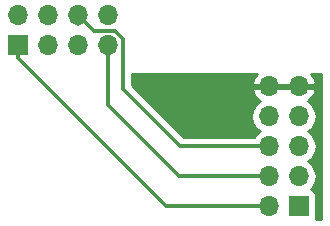
<source format=gtl>
G04 #@! TF.FileFunction,Copper,L1,Top,Signal*
%FSLAX46Y46*%
G04 Gerber Fmt 4.6, Leading zero omitted, Abs format (unit mm)*
G04 Created by KiCad (PCBNEW 4.0.7) date Monday, 04 '04e' September '04e' 2017, 13:38:34*
%MOMM*%
%LPD*%
G01*
G04 APERTURE LIST*
%ADD10C,0.100000*%
%ADD11R,1.700000X1.700000*%
%ADD12O,1.700000X1.700000*%
%ADD13C,0.300000*%
%ADD14C,0.254000*%
G04 APERTURE END LIST*
D10*
D11*
X144620000Y-94740000D03*
D12*
X144620000Y-92200000D03*
X147160000Y-94740000D03*
X147160000Y-92200000D03*
X149700000Y-94740000D03*
X149700000Y-92200000D03*
X152240000Y-94740000D03*
X152240000Y-92200000D03*
D11*
X168400000Y-108400000D03*
D12*
X165860000Y-108400000D03*
X168400000Y-105860000D03*
X165860000Y-105860000D03*
X168400000Y-103320000D03*
X165860000Y-103320000D03*
X168400000Y-100780000D03*
X165860000Y-100780000D03*
X168400000Y-98240000D03*
X165860000Y-98240000D03*
D13*
X144620000Y-94740000D02*
X144620000Y-95890000D01*
X144620000Y-95890000D02*
X157130000Y-108400000D01*
X157130000Y-108400000D02*
X164657919Y-108400000D01*
X164657919Y-108400000D02*
X165860000Y-108400000D01*
X152240000Y-99840000D02*
X158260000Y-105860000D01*
X158260000Y-105860000D02*
X165860000Y-105860000D01*
X152240000Y-94740000D02*
X152240000Y-99840000D01*
X153500000Y-98500000D02*
X158320000Y-103320000D01*
X158320000Y-103320000D02*
X165860000Y-103320000D01*
X153500000Y-94223998D02*
X153500000Y-98500000D01*
X149700000Y-92200000D02*
X151039999Y-93539999D01*
X151039999Y-93539999D02*
X152816001Y-93539999D01*
X152816001Y-93539999D02*
X153500000Y-94223998D01*
X149700000Y-92200000D02*
X149700000Y-92963998D01*
D14*
G36*
X164588355Y-97473076D02*
X164418524Y-97883110D01*
X164539845Y-98113000D01*
X165733000Y-98113000D01*
X165733000Y-98093000D01*
X165987000Y-98093000D01*
X165987000Y-98113000D01*
X168273000Y-98113000D01*
X168273000Y-98093000D01*
X168527000Y-98093000D01*
X168527000Y-98113000D01*
X169720155Y-98113000D01*
X169841476Y-97883110D01*
X169671645Y-97473076D01*
X169431895Y-97210000D01*
X170290000Y-97210000D01*
X170290000Y-109490000D01*
X169848839Y-109490000D01*
X169897440Y-109250000D01*
X169897440Y-107550000D01*
X169853162Y-107314683D01*
X169714090Y-107098559D01*
X169501890Y-106953569D01*
X169434459Y-106939914D01*
X169479147Y-106910054D01*
X169801054Y-106428285D01*
X169914093Y-105860000D01*
X169801054Y-105291715D01*
X169479147Y-104809946D01*
X169149974Y-104590000D01*
X169479147Y-104370054D01*
X169801054Y-103888285D01*
X169914093Y-103320000D01*
X169801054Y-102751715D01*
X169479147Y-102269946D01*
X169149974Y-102050000D01*
X169479147Y-101830054D01*
X169801054Y-101348285D01*
X169914093Y-100780000D01*
X169801054Y-100211715D01*
X169479147Y-99729946D01*
X169138447Y-99502298D01*
X169281358Y-99435183D01*
X169671645Y-99006924D01*
X169841476Y-98596890D01*
X169720155Y-98367000D01*
X168527000Y-98367000D01*
X168527000Y-98387000D01*
X168273000Y-98387000D01*
X168273000Y-98367000D01*
X165987000Y-98367000D01*
X165987000Y-98387000D01*
X165733000Y-98387000D01*
X165733000Y-98367000D01*
X164539845Y-98367000D01*
X164418524Y-98596890D01*
X164588355Y-99006924D01*
X164978642Y-99435183D01*
X165121553Y-99502298D01*
X164780853Y-99729946D01*
X164458946Y-100211715D01*
X164345907Y-100780000D01*
X164458946Y-101348285D01*
X164780853Y-101830054D01*
X165110026Y-102050000D01*
X164780853Y-102269946D01*
X164603750Y-102535000D01*
X158645158Y-102535000D01*
X154285000Y-98174842D01*
X154285000Y-97210000D01*
X164828105Y-97210000D01*
X164588355Y-97473076D01*
X164588355Y-97473076D01*
G37*
X164588355Y-97473076D02*
X164418524Y-97883110D01*
X164539845Y-98113000D01*
X165733000Y-98113000D01*
X165733000Y-98093000D01*
X165987000Y-98093000D01*
X165987000Y-98113000D01*
X168273000Y-98113000D01*
X168273000Y-98093000D01*
X168527000Y-98093000D01*
X168527000Y-98113000D01*
X169720155Y-98113000D01*
X169841476Y-97883110D01*
X169671645Y-97473076D01*
X169431895Y-97210000D01*
X170290000Y-97210000D01*
X170290000Y-109490000D01*
X169848839Y-109490000D01*
X169897440Y-109250000D01*
X169897440Y-107550000D01*
X169853162Y-107314683D01*
X169714090Y-107098559D01*
X169501890Y-106953569D01*
X169434459Y-106939914D01*
X169479147Y-106910054D01*
X169801054Y-106428285D01*
X169914093Y-105860000D01*
X169801054Y-105291715D01*
X169479147Y-104809946D01*
X169149974Y-104590000D01*
X169479147Y-104370054D01*
X169801054Y-103888285D01*
X169914093Y-103320000D01*
X169801054Y-102751715D01*
X169479147Y-102269946D01*
X169149974Y-102050000D01*
X169479147Y-101830054D01*
X169801054Y-101348285D01*
X169914093Y-100780000D01*
X169801054Y-100211715D01*
X169479147Y-99729946D01*
X169138447Y-99502298D01*
X169281358Y-99435183D01*
X169671645Y-99006924D01*
X169841476Y-98596890D01*
X169720155Y-98367000D01*
X168527000Y-98367000D01*
X168527000Y-98387000D01*
X168273000Y-98387000D01*
X168273000Y-98367000D01*
X165987000Y-98367000D01*
X165987000Y-98387000D01*
X165733000Y-98387000D01*
X165733000Y-98367000D01*
X164539845Y-98367000D01*
X164418524Y-98596890D01*
X164588355Y-99006924D01*
X164978642Y-99435183D01*
X165121553Y-99502298D01*
X164780853Y-99729946D01*
X164458946Y-100211715D01*
X164345907Y-100780000D01*
X164458946Y-101348285D01*
X164780853Y-101830054D01*
X165110026Y-102050000D01*
X164780853Y-102269946D01*
X164603750Y-102535000D01*
X158645158Y-102535000D01*
X154285000Y-98174842D01*
X154285000Y-97210000D01*
X164828105Y-97210000D01*
X164588355Y-97473076D01*
G36*
X147287000Y-92073000D02*
X147307000Y-92073000D01*
X147307000Y-92327000D01*
X147287000Y-92327000D01*
X147287000Y-92347000D01*
X147033000Y-92347000D01*
X147033000Y-92327000D01*
X147013000Y-92327000D01*
X147013000Y-92073000D01*
X147033000Y-92073000D01*
X147033000Y-92053000D01*
X147287000Y-92053000D01*
X147287000Y-92073000D01*
X147287000Y-92073000D01*
G37*
X147287000Y-92073000D02*
X147307000Y-92073000D01*
X147307000Y-92327000D01*
X147287000Y-92327000D01*
X147287000Y-92347000D01*
X147033000Y-92347000D01*
X147033000Y-92327000D01*
X147013000Y-92327000D01*
X147013000Y-92073000D01*
X147033000Y-92073000D01*
X147033000Y-92053000D01*
X147287000Y-92053000D01*
X147287000Y-92073000D01*
M02*

</source>
